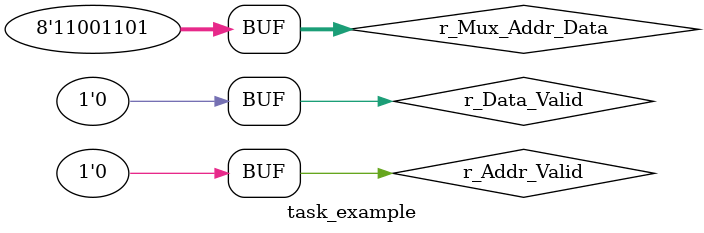
<source format=v>
module task_example();

  reg [7:0] r_Mux_Addr_Data = 0;
  reg       r_Addr_Valid = 1'b0;
  reg       r_Data_Valid = 1'b0;

  task do_write;
    input [7:0] i_addr, i_data;
    begin
      r_Addr_Valid    = 1'b1;
      r_Mux_Addr_Data = i_addr;
      #10;
      r_Addr_Valid    = 1'b0;
      r_Data_Valid    = 1'b1;
      r_Mux_Addr_Data = i_data;
      #10;
      r_Data_Valid    = 1'b0;
      #10;
    end
  endtask

  initial begin
    #10;
    do_write(8'h00, 8'hAB);
    do_write(8'h01, 8'hBC);
    do_write(8'h02, 8'hCD);
  end

  initial begin
    $dumpfile("task_example.vcd");
    $dumpvars();
  end

endmodule

</source>
